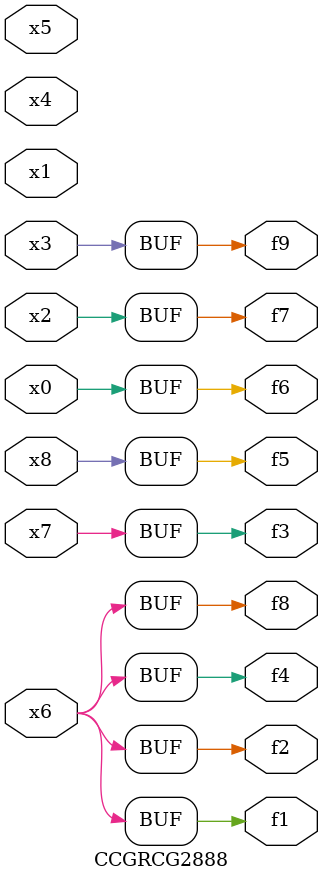
<source format=v>
module CCGRCG2888(
	input x0, x1, x2, x3, x4, x5, x6, x7, x8,
	output f1, f2, f3, f4, f5, f6, f7, f8, f9
);
	assign f1 = x6;
	assign f2 = x6;
	assign f3 = x7;
	assign f4 = x6;
	assign f5 = x8;
	assign f6 = x0;
	assign f7 = x2;
	assign f8 = x6;
	assign f9 = x3;
endmodule

</source>
